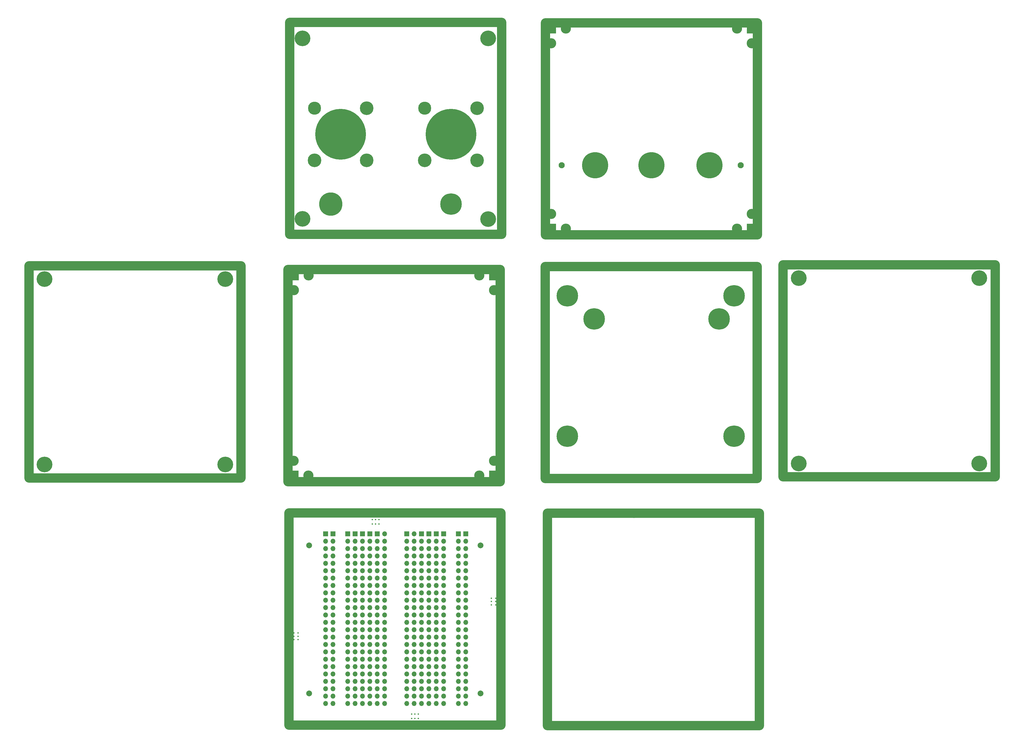
<source format=gbr>
%TF.GenerationSoftware,KiCad,Pcbnew,7.0.5-0*%
%TF.CreationDate,2024-04-21T20:32:49-04:00*%
%TF.ProjectId,swr_meter,7377725f-6d65-4746-9572-2e6b69636164,rev?*%
%TF.SameCoordinates,Original*%
%TF.FileFunction,Soldermask,Bot*%
%TF.FilePolarity,Negative*%
%FSLAX46Y46*%
G04 Gerber Fmt 4.6, Leading zero omitted, Abs format (unit mm)*
G04 Created by KiCad (PCBNEW 7.0.5-0) date 2024-04-21 20:32:49*
%MOMM*%
%LPD*%
G01*
G04 APERTURE LIST*
%ADD10C,3.200000*%
%ADD11C,5.400000*%
%ADD12C,8.000000*%
%ADD13R,1.700000X1.700000*%
%ADD14O,1.700000X1.700000*%
%ADD15C,2.100000*%
%ADD16C,9.000000*%
%ADD17R,3.500000X3.500000*%
%ADD18O,3.500000X3.500000*%
%ADD19C,2.000000*%
%ADD20C,7.400000*%
%ADD21C,0.500000*%
%ADD22C,1.000000*%
%ADD23C,17.500000*%
%ADD24C,4.700000*%
%ADD25C,4.500000*%
G04 APERTURE END LIST*
D10*
X139000000Y-189200000D02*
X211988800Y-189200000D01*
X211988800Y-262331600D01*
X139000000Y-262331600D01*
X139000000Y-189200000D01*
X227945000Y-189306200D02*
X300933800Y-189306200D01*
X300933800Y-262437800D01*
X227945000Y-262437800D01*
X227945000Y-189306200D01*
%TO.C,REF\u002A\u002A*%
X139217400Y-20328000D02*
X212217400Y-20328000D01*
X212217400Y-20328000D02*
X212217400Y-93328000D01*
X212217400Y-93328000D02*
X139217400Y-93328000D01*
X139217400Y-93328000D02*
X139217400Y-20328000D01*
X49486003Y-104169997D02*
X122486003Y-104169997D01*
X122486003Y-104169997D02*
X122486003Y-177169997D01*
X122486003Y-177169997D02*
X49486003Y-177169997D01*
X49486003Y-177169997D02*
X49486003Y-104169997D01*
X227299400Y-20467200D02*
X300299400Y-20467200D01*
X300299400Y-20467200D02*
X300299400Y-93467200D01*
X300299400Y-93467200D02*
X227299400Y-93467200D01*
X227299400Y-93467200D02*
X227299400Y-20467200D01*
X138660000Y-105450000D02*
X211660000Y-105450000D01*
X211660000Y-105450000D02*
X211660000Y-178450000D01*
X211660000Y-178450000D02*
X138660000Y-178450000D01*
X138660000Y-178450000D02*
X138660000Y-105450000D01*
X227200000Y-104400000D02*
X300200000Y-104400000D01*
X300200000Y-104400000D02*
X300200000Y-177400000D01*
X300200000Y-177400000D02*
X227200000Y-177400000D01*
X227200000Y-177400000D02*
X227200000Y-104400000D01*
X309100000Y-103800000D02*
X382100000Y-103800000D01*
X382100000Y-103800000D02*
X382100000Y-176800000D01*
X382100000Y-176800000D02*
X309100000Y-176800000D01*
X309100000Y-176800000D02*
X309100000Y-103800000D01*
%TD*%
D11*
%TO.C,H2*%
X54844003Y-172589997D03*
%TD*%
D12*
%TO.C,REF\u002A\u002A*%
X153337886Y-82871332D03*
%TD*%
D13*
%TO.C,J13*%
X166840540Y-196438000D03*
D14*
X166840540Y-198978000D03*
X166840540Y-201518000D03*
X166840540Y-204058000D03*
X166840540Y-206598000D03*
X166840540Y-209138000D03*
X166840540Y-211678000D03*
X166840540Y-214218000D03*
X166840540Y-216758000D03*
X166840540Y-219298000D03*
X166840540Y-221838000D03*
X166840540Y-224378000D03*
X166840540Y-226918000D03*
X166840540Y-229458000D03*
X166840540Y-231998000D03*
X166840540Y-234538000D03*
X166840540Y-237078000D03*
X166840540Y-239618000D03*
X166840540Y-242158000D03*
X166840540Y-244698000D03*
X166840540Y-247238000D03*
X166840540Y-249778000D03*
X166840540Y-252318000D03*
X166840540Y-254858000D03*
%TD*%
D15*
%TO.C,H20*%
X232869200Y-69500000D03*
%TD*%
D16*
%TO.C,REF\u002A\u002A*%
X244384119Y-69500000D03*
%TD*%
D13*
%TO.C,J20*%
X151600540Y-196438000D03*
D14*
X151600540Y-198978000D03*
X151600540Y-201518000D03*
X151600540Y-204058000D03*
X151600540Y-206598000D03*
X151600540Y-209138000D03*
X151600540Y-211678000D03*
X151600540Y-214218000D03*
X151600540Y-216758000D03*
X151600540Y-219298000D03*
X151600540Y-221838000D03*
X151600540Y-224378000D03*
X151600540Y-226918000D03*
X151600540Y-229458000D03*
X151600540Y-231998000D03*
X151600540Y-234538000D03*
X151600540Y-237078000D03*
X151600540Y-239618000D03*
X151600540Y-242158000D03*
X151600540Y-244698000D03*
X151600540Y-247238000D03*
X151600540Y-249778000D03*
X151600540Y-252318000D03*
X151600540Y-254858000D03*
%TD*%
D11*
%TO.C,H14*%
X117036003Y-172589997D03*
%TD*%
D17*
%TO.C,J47*%
X209610000Y-176370000D03*
D18*
X209610000Y-171290000D03*
X204530000Y-176370000D03*
%TD*%
D13*
%TO.C,J30*%
X197320540Y-196438000D03*
D14*
X197320540Y-198978000D03*
X197320540Y-201518000D03*
X197320540Y-204058000D03*
X197320540Y-206598000D03*
X197320540Y-209138000D03*
X197320540Y-211678000D03*
X197320540Y-214218000D03*
X197320540Y-216758000D03*
X197320540Y-219298000D03*
X197320540Y-221838000D03*
X197320540Y-224378000D03*
X197320540Y-226918000D03*
X197320540Y-229458000D03*
X197320540Y-231998000D03*
X197320540Y-234538000D03*
X197320540Y-237078000D03*
X197320540Y-239618000D03*
X197320540Y-242158000D03*
X197320540Y-244698000D03*
X197320540Y-247238000D03*
X197320540Y-249778000D03*
X197320540Y-252318000D03*
X197320540Y-254858000D03*
%TD*%
D19*
%TO.C,TP1*%
X204956540Y-251414000D03*
%TD*%
D17*
%TO.C,J46*%
X140580000Y-176365000D03*
D18*
X145660000Y-176365000D03*
X140580000Y-171285000D03*
%TD*%
D17*
%TO.C,J47*%
X209610000Y-176370000D03*
D18*
X209610000Y-171290000D03*
X204530000Y-176370000D03*
%TD*%
D13*
%TO.C,J2*%
X184620540Y-196438000D03*
D14*
X184620540Y-198978000D03*
X184620540Y-201518000D03*
X184620540Y-204058000D03*
X184620540Y-206598000D03*
X184620540Y-209138000D03*
X184620540Y-211678000D03*
X184620540Y-214218000D03*
X184620540Y-216758000D03*
X184620540Y-219298000D03*
X184620540Y-221838000D03*
X184620540Y-224378000D03*
X184620540Y-226918000D03*
X184620540Y-229458000D03*
X184620540Y-231998000D03*
X184620540Y-234538000D03*
X184620540Y-237078000D03*
X184620540Y-239618000D03*
X184620540Y-242158000D03*
X184620540Y-244698000D03*
X184620540Y-247238000D03*
X184620540Y-249778000D03*
X184620540Y-252318000D03*
X184620540Y-254858000D03*
%TD*%
D20*
%TO.C,H5*%
X234840000Y-114475000D03*
%TD*%
%TO.C,H9*%
X244020000Y-122460000D03*
%TD*%
D19*
%TO.C,TP3*%
X145956540Y-200414000D03*
%TD*%
D11*
%TO.C,H12*%
X314458000Y-172220000D03*
%TD*%
D13*
%TO.C,J10*%
X159220540Y-196438000D03*
D14*
X159220540Y-198978000D03*
X159220540Y-201518000D03*
X159220540Y-204058000D03*
X159220540Y-206598000D03*
X159220540Y-209138000D03*
X159220540Y-211678000D03*
X159220540Y-214218000D03*
X159220540Y-216758000D03*
X159220540Y-219298000D03*
X159220540Y-221838000D03*
X159220540Y-224378000D03*
X159220540Y-226918000D03*
X159220540Y-229458000D03*
X159220540Y-231998000D03*
X159220540Y-234538000D03*
X159220540Y-237078000D03*
X159220540Y-239618000D03*
X159220540Y-242158000D03*
X159220540Y-244698000D03*
X159220540Y-247238000D03*
X159220540Y-249778000D03*
X159220540Y-252318000D03*
X159220540Y-254858000D03*
%TD*%
D13*
%TO.C,J4*%
X189700540Y-196438000D03*
D14*
X189700540Y-198978000D03*
X189700540Y-201518000D03*
X189700540Y-204058000D03*
X189700540Y-206598000D03*
X189700540Y-209138000D03*
X189700540Y-211678000D03*
X189700540Y-214218000D03*
X189700540Y-216758000D03*
X189700540Y-219298000D03*
X189700540Y-221838000D03*
X189700540Y-224378000D03*
X189700540Y-226918000D03*
X189700540Y-229458000D03*
X189700540Y-231998000D03*
X189700540Y-234538000D03*
X189700540Y-237078000D03*
X189700540Y-239618000D03*
X189700540Y-242158000D03*
X189700540Y-244698000D03*
X189700540Y-247238000D03*
X189700540Y-249778000D03*
X189700540Y-252318000D03*
X189700540Y-254858000D03*
%TD*%
D17*
%TO.C,J46*%
X140580000Y-176365000D03*
D18*
X145660000Y-176365000D03*
X140580000Y-171285000D03*
%TD*%
D16*
%TO.C,REF\u002A\u002A*%
X263749119Y-69500000D03*
%TD*%
D17*
%TO.C,J45*%
X140660000Y-107430000D03*
D18*
X140660000Y-112510000D03*
X145740000Y-107430000D03*
%TD*%
D11*
%TO.C,H18*%
X207570000Y-88040000D03*
%TD*%
D20*
%TO.C,H6*%
X234830000Y-162810000D03*
%TD*%
D11*
%TO.C,H13*%
X117036003Y-108719997D03*
%TD*%
D21*
%TO.C,mouse-bite-1mm-slot*%
X167656540Y-191514000D03*
X167656540Y-193014000D03*
X168806540Y-191514000D03*
X168806540Y-193014000D03*
X169956540Y-191514000D03*
X169956540Y-193014000D03*
%TD*%
%TO.C,mouse-bite-1mm-slot*%
X181206540Y-258484000D03*
X181206540Y-259984000D03*
X182356540Y-258484000D03*
X182356540Y-259984000D03*
X183506540Y-258484000D03*
X183506540Y-259984000D03*
%TD*%
%TO.C,mouse-bite-1mm-slot*%
X140640540Y-232850000D03*
X142140540Y-232850000D03*
X140640540Y-231700000D03*
X142140540Y-231700000D03*
X140640540Y-230550000D03*
X142140540Y-230550000D03*
%TD*%
D13*
%TO.C,J9*%
X169380540Y-196438000D03*
D14*
X171920540Y-196438000D03*
X169380540Y-198978000D03*
X171920540Y-198978000D03*
X169380540Y-201518000D03*
X171920540Y-201518000D03*
X169380540Y-204058000D03*
X171920540Y-204058000D03*
X169380540Y-206598000D03*
X171920540Y-206598000D03*
X169380540Y-209138000D03*
X171920540Y-209138000D03*
X169380540Y-211678000D03*
X171920540Y-211678000D03*
X169380540Y-214218000D03*
X171920540Y-214218000D03*
X169380540Y-216758000D03*
X171920540Y-216758000D03*
X169380540Y-219298000D03*
X171920540Y-219298000D03*
X169380540Y-221838000D03*
X171920540Y-221838000D03*
X169380540Y-224378000D03*
X171920540Y-224378000D03*
X169380540Y-226918000D03*
X171920540Y-226918000D03*
X169380540Y-229458000D03*
X171920540Y-229458000D03*
X169380540Y-231998000D03*
X171920540Y-231998000D03*
X169380540Y-234538000D03*
X171920540Y-234538000D03*
X169380540Y-237078000D03*
X171920540Y-237078000D03*
X169380540Y-239618000D03*
X171920540Y-239618000D03*
X169380540Y-242158000D03*
X171920540Y-242158000D03*
X169380540Y-244698000D03*
X171920540Y-244698000D03*
X169380540Y-247238000D03*
X171920540Y-247238000D03*
X169380540Y-249778000D03*
X171920540Y-249778000D03*
X169380540Y-252318000D03*
X171920540Y-252318000D03*
X169380540Y-254858000D03*
X171920540Y-254858000D03*
%TD*%
D13*
%TO.C,J1*%
X179540540Y-196438000D03*
D14*
X182080540Y-196438000D03*
X179540540Y-198978000D03*
X182080540Y-198978000D03*
X179540540Y-201518000D03*
X182080540Y-201518000D03*
X179540540Y-204058000D03*
X182080540Y-204058000D03*
X179540540Y-206598000D03*
X182080540Y-206598000D03*
X179540540Y-209138000D03*
X182080540Y-209138000D03*
X179540540Y-211678000D03*
X182080540Y-211678000D03*
X179540540Y-214218000D03*
X182080540Y-214218000D03*
X179540540Y-216758000D03*
X182080540Y-216758000D03*
X179540540Y-219298000D03*
X182080540Y-219298000D03*
X179540540Y-221838000D03*
X182080540Y-221838000D03*
X179540540Y-224378000D03*
X182080540Y-224378000D03*
X179540540Y-226918000D03*
X182080540Y-226918000D03*
X179540540Y-229458000D03*
X182080540Y-229458000D03*
X179540540Y-231998000D03*
X182080540Y-231998000D03*
X179540540Y-234538000D03*
X182080540Y-234538000D03*
X179540540Y-237078000D03*
X182080540Y-237078000D03*
X179540540Y-239618000D03*
X182080540Y-239618000D03*
X179540540Y-242158000D03*
X182080540Y-242158000D03*
X179540540Y-244698000D03*
X182080540Y-244698000D03*
X179540540Y-247238000D03*
X182080540Y-247238000D03*
X179540540Y-249778000D03*
X182080540Y-249778000D03*
X179540540Y-252318000D03*
X182080540Y-252318000D03*
X179540540Y-254858000D03*
X182080540Y-254858000D03*
%TD*%
D19*
%TO.C,TP4*%
X204956540Y-200414000D03*
%TD*%
D20*
%TO.C,H8*%
X292220000Y-162810000D03*
%TD*%
D13*
%TO.C,J21*%
X154140540Y-196438000D03*
D14*
X154140540Y-198978000D03*
X154140540Y-201518000D03*
X154140540Y-204058000D03*
X154140540Y-206598000D03*
X154140540Y-209138000D03*
X154140540Y-211678000D03*
X154140540Y-214218000D03*
X154140540Y-216758000D03*
X154140540Y-219298000D03*
X154140540Y-221838000D03*
X154140540Y-224378000D03*
X154140540Y-226918000D03*
X154140540Y-229458000D03*
X154140540Y-231998000D03*
X154140540Y-234538000D03*
X154140540Y-237078000D03*
X154140540Y-239618000D03*
X154140540Y-242158000D03*
X154140540Y-244698000D03*
X154140540Y-247238000D03*
X154140540Y-249778000D03*
X154140540Y-252318000D03*
X154140540Y-254858000D03*
%TD*%
D20*
%TO.C,H5*%
X194800000Y-82871332D03*
%TD*%
D13*
%TO.C,J12*%
X164300540Y-196438000D03*
D14*
X164300540Y-198978000D03*
X164300540Y-201518000D03*
X164300540Y-204058000D03*
X164300540Y-206598000D03*
X164300540Y-209138000D03*
X164300540Y-211678000D03*
X164300540Y-214218000D03*
X164300540Y-216758000D03*
X164300540Y-219298000D03*
X164300540Y-221838000D03*
X164300540Y-224378000D03*
X164300540Y-226918000D03*
X164300540Y-229458000D03*
X164300540Y-231998000D03*
X164300540Y-234538000D03*
X164300540Y-237078000D03*
X164300540Y-239618000D03*
X164300540Y-242158000D03*
X164300540Y-244698000D03*
X164300540Y-247238000D03*
X164300540Y-249778000D03*
X164300540Y-252318000D03*
X164300540Y-254858000D03*
%TD*%
D13*
%TO.C,J3*%
X187160540Y-196438000D03*
D14*
X187160540Y-198978000D03*
X187160540Y-201518000D03*
X187160540Y-204058000D03*
X187160540Y-206598000D03*
X187160540Y-209138000D03*
X187160540Y-211678000D03*
X187160540Y-214218000D03*
X187160540Y-216758000D03*
X187160540Y-219298000D03*
X187160540Y-221838000D03*
X187160540Y-224378000D03*
X187160540Y-226918000D03*
X187160540Y-229458000D03*
X187160540Y-231998000D03*
X187160540Y-234538000D03*
X187160540Y-237078000D03*
X187160540Y-239618000D03*
X187160540Y-242158000D03*
X187160540Y-244698000D03*
X187160540Y-247238000D03*
X187160540Y-249778000D03*
X187160540Y-252318000D03*
X187160540Y-254858000D03*
%TD*%
D11*
%TO.C,H1*%
X54844003Y-108719997D03*
%TD*%
D15*
%TO.C,H21*%
X294529200Y-69500000D03*
%TD*%
D20*
%TO.C,H7*%
X292230000Y-114475000D03*
%TD*%
D16*
%TO.C,REF\u002A\u002A*%
X283749119Y-69500000D03*
%TD*%
D13*
%TO.C,J11*%
X161760540Y-196438000D03*
D14*
X161760540Y-198978000D03*
X161760540Y-201518000D03*
X161760540Y-204058000D03*
X161760540Y-206598000D03*
X161760540Y-209138000D03*
X161760540Y-211678000D03*
X161760540Y-214218000D03*
X161760540Y-216758000D03*
X161760540Y-219298000D03*
X161760540Y-221838000D03*
X161760540Y-224378000D03*
X161760540Y-226918000D03*
X161760540Y-229458000D03*
X161760540Y-231998000D03*
X161760540Y-234538000D03*
X161760540Y-237078000D03*
X161760540Y-239618000D03*
X161760540Y-242158000D03*
X161760540Y-244698000D03*
X161760540Y-247238000D03*
X161760540Y-249778000D03*
X161760540Y-252318000D03*
X161760540Y-254858000D03*
%TD*%
D11*
%TO.C,H3*%
X376650000Y-108350000D03*
%TD*%
D17*
%TO.C,J45*%
X140660000Y-107430000D03*
D18*
X140660000Y-112510000D03*
X145740000Y-107430000D03*
%TD*%
D13*
%TO.C,J5*%
X192240540Y-196438000D03*
D14*
X192240540Y-198978000D03*
X192240540Y-201518000D03*
X192240540Y-204058000D03*
X192240540Y-206598000D03*
X192240540Y-209138000D03*
X192240540Y-211678000D03*
X192240540Y-214218000D03*
X192240540Y-216758000D03*
X192240540Y-219298000D03*
X192240540Y-221838000D03*
X192240540Y-224378000D03*
X192240540Y-226918000D03*
X192240540Y-229458000D03*
X192240540Y-231998000D03*
X192240540Y-234538000D03*
X192240540Y-237078000D03*
X192240540Y-239618000D03*
X192240540Y-242158000D03*
X192240540Y-244698000D03*
X192240540Y-247238000D03*
X192240540Y-249778000D03*
X192240540Y-252318000D03*
X192240540Y-254858000D03*
%TD*%
D13*
%TO.C,J31*%
X199860540Y-196438000D03*
D14*
X199860540Y-198978000D03*
X199860540Y-201518000D03*
X199860540Y-204058000D03*
X199860540Y-206598000D03*
X199860540Y-209138000D03*
X199860540Y-211678000D03*
X199860540Y-214218000D03*
X199860540Y-216758000D03*
X199860540Y-219298000D03*
X199860540Y-221838000D03*
X199860540Y-224378000D03*
X199860540Y-226918000D03*
X199860540Y-229458000D03*
X199860540Y-231998000D03*
X199860540Y-234538000D03*
X199860540Y-237078000D03*
X199860540Y-239618000D03*
X199860540Y-242158000D03*
X199860540Y-244698000D03*
X199860540Y-247238000D03*
X199860540Y-249778000D03*
X199860540Y-252318000D03*
X199860540Y-254858000D03*
%TD*%
D11*
%TO.C,H4*%
X376650000Y-172220000D03*
%TD*%
%TO.C,H17*%
X207580000Y-25840000D03*
%TD*%
%TO.C,H11*%
X314458000Y-108350000D03*
%TD*%
D20*
%TO.C,H10*%
X287020000Y-122460000D03*
%TD*%
D11*
%TO.C,H15*%
X143650000Y-25860000D03*
%TD*%
%TO.C,H16*%
X143650000Y-87940000D03*
%TD*%
D17*
%TO.C,J48*%
X209615000Y-107435000D03*
D18*
X204535000Y-107435000D03*
X209615000Y-112515000D03*
%TD*%
D19*
%TO.C,TP2*%
X145956540Y-251414000D03*
%TD*%
D21*
%TO.C,mouse-bite-1mm-slot*%
X208636540Y-220884000D03*
X210136540Y-220884000D03*
X208636540Y-219734000D03*
X210136540Y-219734000D03*
X208636540Y-218584000D03*
X210136540Y-218584000D03*
%TD*%
D17*
%TO.C,J48*%
X209615000Y-107435000D03*
D18*
X204535000Y-107435000D03*
X209615000Y-112515000D03*
%TD*%
D17*
%TO.C,J43*%
X298325000Y-22420000D03*
D18*
X298325000Y-27500000D03*
X293245000Y-22420000D03*
%TD*%
D17*
%TO.C,J42*%
X229200000Y-91360000D03*
D18*
X229200000Y-86280000D03*
X234280000Y-91360000D03*
%TD*%
D17*
%TO.C,J41*%
X298330000Y-91355000D03*
D18*
X293250000Y-91355000D03*
X298330000Y-86275000D03*
%TD*%
D22*
%TO.C,TP5*%
X257750000Y-190500000D03*
%TD*%
D23*
%TO.C,J51*%
X156737886Y-58838658D03*
D24*
X165737886Y-67838658D03*
X165737886Y-49838658D03*
X147737886Y-67838658D03*
D25*
X147737886Y-49838658D03*
%TD*%
D17*
%TO.C,J44*%
X229270000Y-22425000D03*
D18*
X234350000Y-22425000D03*
X229270000Y-27505000D03*
%TD*%
D23*
%TO.C,J52*%
X194737886Y-58838658D03*
D24*
X203737886Y-67838658D03*
X203737886Y-49838658D03*
X185737886Y-67838658D03*
D25*
X185737886Y-49838658D03*
%TD*%
D22*
%TO.C,TP5*%
X168529000Y-189687200D03*
%TD*%
M02*

</source>
